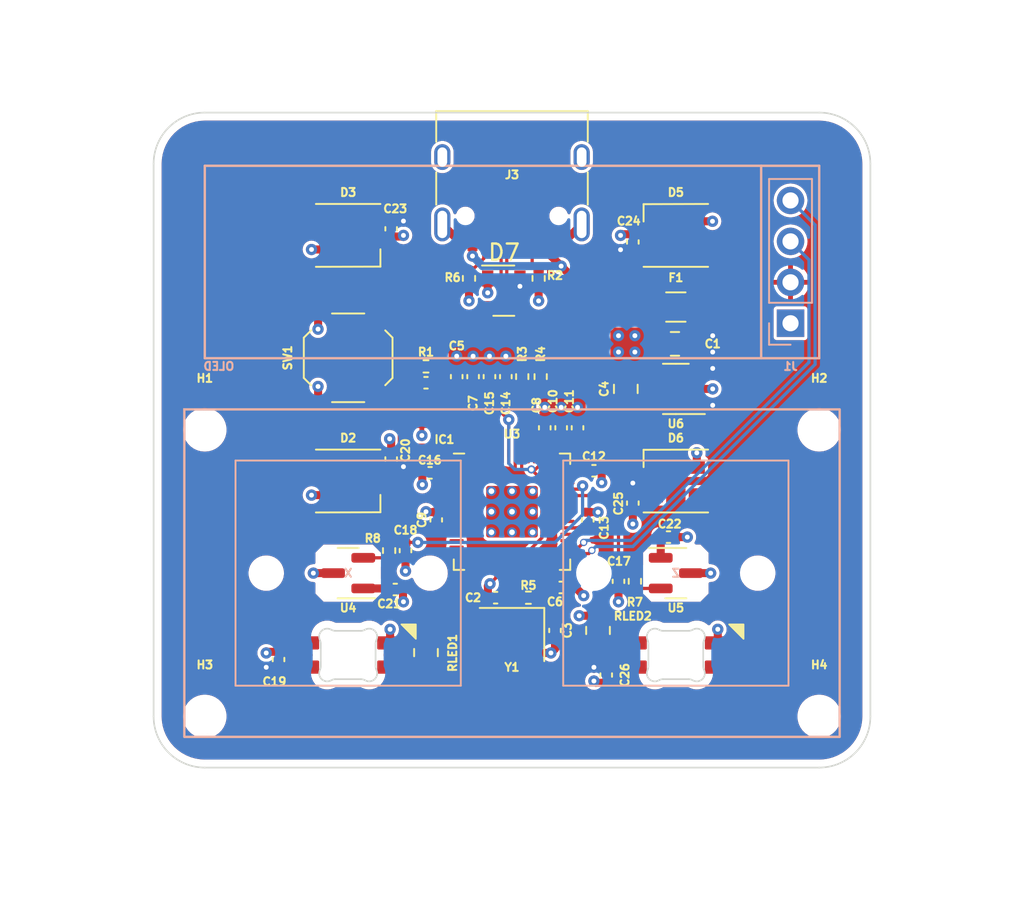
<source format=kicad_pcb>
(kicad_pcb (version 20221018) (generator pcbnew)
  (layers (0 "F.Cu" signal) (1 "In1.Cu" power) (2 "In2.Cu" power) (31 "B.Cu" signal) (34 "B.Paste" user) (35 "F.Paste" user) (36 "B.SilkS" user "B.Silkscreen") (37 "F.SilkS" user "F.Silkscreen") (38 "B.Mask" user) (39 "F.Mask" user) (44 "Edge.Cuts" user))
  (net 0 "")
  (net 1 "VBUS")
  (net 2 "GND")
  (net 3 "/XIN")
  (net 4 "Net-(C3-Pad1)")
  (net 5 "+3V3")
  (net 6 "+1V1")
  (net 7 "ADC_Z")
  (net 8 "ADC_X")
  (net 9 "Net-(J3-CC1)")
  (net 10 "/USB_D+")
  (net 11 "/USB_D-")
  (net 13 "Net-(J3-CC2)")
  (net 15 "/QSPI_SS")
  (net 16 "/~{USB_BOOT}")
  (net 17 "Net-(U3-USB_DP)")
  (net 18 "Net-(U3-USB_DM)")
  (net 19 "/XOUT")
  (net 20 "Net-(U5-OUT)")
  (net 21 "Net-(U4-OUT)")
  (net 22 "/GPIO0")
  (net 23 "/QSPI_SD1")
  (net 24 "/QSPI_SD2")
  (net 25 "/QSPI_SD0")
  (net 26 "/QSPI_SCLK")
  (net 27 "/QSPI_SD3")
  (net 28 "/GPIO1")
  (net 29 "/GPIO2")
  (net 30 "/GPIO3")
  (net 31 "/GPIO4")
  (net 32 "/GPIO5")
  (net 33 "/GPIO6")
  (net 34 "/GPIO7")
  (net 35 "/GPIO8")
  (net 36 "/GPIO9")
  (net 37 "/GPIO10")
  (net 38 "/GPIO11")
  (net 39 "/GPIO13")
  (net 40 "/GPIO14")
  (net 41 "/GPIO15")
  (net 42 "/SWCLK")
  (net 43 "/SWD")
  (net 44 "/RUN")
  (net 45 "/GPIO16")
  (net 46 "/GPIO17")
  (net 47 "/GPIO20")
  (net 48 "/GPIO21")
  (net 49 "/GPIO22")
  (net 50 "/GPIO23")
  (net 51 "/GPIO24")
  (net 52 "/GPIO25")
  (net 53 "/GPIO28_ADC2")
  (net 54 "/GPIO29_ADC3")
  (net 56 "Net-(D3-DOUT)")
  (net 57 "Net-(D4-DOUT)")
  (net 58 "/OLED_SCL")
  (net 59 "/OLED_SDA")
  (net 60 "Net-(D2-DOUT)")
  (net 61 "Net-(D1-DOUT)")
  (net 62 "Net-(D1-DIN)")
  (net 63 "Net-(D5-DOUT)")
  (net 64 "Net-(D4-DIN)")
  (net 65 "/Fuse")
  (net 67 "/RGB")
  (footprint "Capacitor_SMD:C_0402_1005Metric" (layer "F.Cu") (at 148.082 96.393 90)
    (fp_text reference "C8")
    (fp_text value "1u")
  )
  (footprint "Capacitor_SMD:C_0402_1005Metric" (layer "F.Cu") (at 138.557 84.046 -90)
    (fp_text reference "C23")
    (fp_text value "100n")
  )
  (footprint "Capacitor_SMD:C_0402_1005Metric" (layer "F.Cu") (at 141.351 102.108 90)
    (fp_text reference "C9")
    (fp_text value "100n")
  )
  (footprint "Capacitor_SMD:C_0402_1005Metric" (layer "F.Cu") (at 151.892 111.732 -90)
    (fp_text reference "C26")
    (fp_text value "100n")
  )
  (footprint "Crystal:Crystal_SMD_3225-4Pin_3.2x2.5mm" (layer "F.Cu") (at 146.05 109.22 180)
    (fp_text reference "Y1")
    (fp_text value "JGHC S3212000181080")
  )
  (footprint "Capacitor_SMD:C_0402_1005Metric" (layer "F.Cu") (at 153.543 101.064 -90)
    (fp_text reference "C25")
    (fp_text value "100n")
  )
  (footprint "Capacitor_SMD:C_0402_1005Metric" (layer "F.Cu") (at 145.669 93.218 90)
    (fp_text reference "C14")
    (fp_text value "100n")
  )
  (footprint "Capacitor_SMD:C_0402_1005Metric" (layer "F.Cu") (at 149.098 106.299)
    (fp_text reference "C6")
    (fp_text value "100n")
  )
  (footprint "Resistor_SMD:R_0402_1005Metric" (layer "F.Cu") (at 143.383 87.122 90)
    (fp_text reference "R6")
    (fp_text value "5.1k")
  )
  (footprint "Connector_USB:USB_C_Receptacle_HRO_TYPE-C-31-M-12" (layer "F.Cu") (at 146.05 80.645 180)
    (fp_text reference "J3")
    (fp_text value "USB-C 2.0 Receptacle")
  )
  (footprint "MountingHole:MountingHole_2.2mm_M2" (layer "F.Cu") (at 165.1 96.52)
    (fp_text reference "H2")
    (fp_text value "MountingHole")
  )
  (footprint "Package_TO_SOT_SMD:SOT-23" (layer "F.Cu") (at 156.21 105.41)
    (fp_text reference "U5")
    (fp_text value "Hall_Sensor")
  )
  (footprint "Capacitor_SMD:C_0402_1005Metric" (layer "F.Cu") (at 149.098 96.393 90)
    (fp_text reference "C10")
    (fp_text value "1u")
  )
  (footprint "Capacitor_SMD:C_0402_1005Metric" (layer "F.Cu") (at 150.114 96.393 90)
    (fp_text reference "C11")
    (fp_text value "100n")
  )
  (footprint "Moonpad:LED_SK6812MINI-B-012_3.7x3.5mm_P1.1mm" (layer "F.Cu") (at 135.89 84.455)
    (fp_text reference "D3")
    (fp_text value "SK6812MINI")
  )
  (footprint "Capacitor_SMD:C_0402_1005Metric" (layer "F.Cu") (at 152.654 105.918 -90)
    (fp_text reference "C17")
    (fp_text value "0.1u")
  )
  (footprint "Capacitor_SMD:C_0402_1005Metric" (layer "F.Cu") (at 145.034 106.934 180)
    (fp_text reference "C2")
    (fp_text value "27p")
  )
  (footprint "Capacitor_SMD:C_0402_1005Metric" (layer "F.Cu") (at 131.572 110.772 90)
    (fp_text reference "C19")
    (fp_text value "100n")
  )
  (footprint "W25Q16JVUXIQ:SON50P300X200X60-9N" (layer "F.Cu") (at 141.859 95.504)
    (fp_text reference "IC1")
    (fp_text value "W25Q16JVUXIQ")
  )
  (footprint "Resistor_SMD:R_0402_1005Metric" (layer "F.Cu") (at 140.716 92.583 180)
    (fp_text reference "R1")
    (fp_text value "1k")
  )
  (footprint "MountingHole:MountingHole_2.2mm_M2" (layer "F.Cu") (at 165.1 114.3)
    (fp_text reference "H4")
    (fp_text value "MountingHole")
  )
  (footprint "Capacitor_SMD:C_0402_1005Metric" (layer "F.Cu") (at 151.13 99.06)
    (fp_text reference "C12")
    (fp_text value "100n")
  )
  (footprint "Capacitor_SMD:C_0402_1005Metric" (layer "F.Cu") (at 144.653 93.218 90)
    (fp_text reference "C15")
    (fp_text value "100n")
  )
  (footprint "Capacitor_SMD:C_0402_1005Metric" (layer "F.Cu") (at 138.557 98.326 90)
    (fp_text reference "C20")
    (fp_text value "100n")
  )
  (footprint "Capacitor_SMD:C_0402_1005Metric" (layer "F.Cu") (at 140.97 99.187 180)
    (fp_text reference "C16")
    (fp_text value "100n")
  )
  (footprint "Capacitor_SMD:C_0402_1005Metric" (layer "F.Cu") (at 155.7528 103.1748)
    (fp_text reference "C22")
    (fp_text value "100n")
  )
  (footprint "Resistor_SMD:R_0805_2012Metric" (layer "F.Cu") (at 140.716 110.3395 90)
    (fp_text reference "RLED1")
    (fp_text value "500")
  )
  (footprint "Capacitor_SMD:C_0402_1005Metric" (layer "F.Cu") (at 148.717 108.966 -90)
    (fp_text reference "C3")
    (fp_text value "27p")
  )
  (footprint "Resistor_SMD:R_0402_1005Metric" (layer "F.Cu") (at 138.43 104.011 90)
    (fp_text reference "R8")
    (fp_text value "10k")
  )
  (footprint "Capacitor_SMD:C_0805_2012Metric" (layer "F.Cu") (at 153.107602 93.979997 90)
    (fp_text reference "C4")
    (fp_text value "1u")
  )
  (footprint "Capacitor_SMD:C_0805_2012Metric" (layer "F.Cu") (at 156.155601 91.185999 180)
    (fp_text reference "C1")
    (fp_text value "1u")
  )
  (footprint "Capacitor_SMD:C_0402_1005Metric" (layer "F.Cu") (at 138.811 106.426)
    (fp_text reference "C21")
    (fp_text value "100n")
  )
  (footprint "Capacitor_SMD:C_0402_1005Metric" (layer "F.Cu") (at 153.543 84.864 90)
    (fp_text reference "C24")
    (fp_text value "100n")
  )
  (footprint "Capacitor_SMD:C_0402_1005Metric" (layer "F.Cu") (at 140.716 93.599)
    (fp_text reference "R9" hide)
    (fp_text value "DNP")
  )
  (footprint "Moonpad:LED_SK6812MINI-B-012_3.7x3.5mm_P1.1mm" (layer "F.Cu") (at 135.89 99.695)
    (fp_text reference "D2")
    (fp_text value "SK6812MINI")
  )
  (footprint "Fuse:Fuse_1206_3216Metric" (layer "F.Cu") (at 156.21 88.9)
    (fp_text reference "F1")
    (fp_text value "Polyfuse")
  )
  (footprint "Capacitor_SMD:C_0402_1005Metric" (layer "F.Cu") (at 142.621 93.218 90)
    (fp_text reference "C5")
    (fp_text value "100n")
  )
  (footprint "Resistor_SMD:R_0402_1005Metric" (layer "F.Cu") (at 147.828 93.218 -90)
    (fp_text reference "R4")
    (fp_text value "27")
  )
  (footprint "MountingHole:MountingHole_2.2mm_M2" (layer "F.Cu") (at 127 114.3)
    (fp_text reference "H3")
    (fp_text value "MountingHole")
  )
  (footprint "Moonpad:LED_SK6812MINI-B-012_3.7x3.5mm_P1.1mm" (layer "F.Cu") (at 156.21 99.695 180)
    (fp_text reference "D6")
    (fp_text value "SK6812MINI")
  )
  (footprint "Moonpad:RP2040-QFN-56" (layer "F.Cu") (at 146.05 101.6)
    (fp_text reference "U3")
    (fp_text value "RP2040")
  )
  (footprint "Package_TO_SOT_SMD:SOT-23-5" (layer "F.Cu") (at 156.21 93.98 180)
    (fp_text reference "U6")
    (fp_text value "AP2112K-3.3")
  )
  (footprint "Package_TO_SOT_SMD:SOT-143" (layer "F.Cu") (at 145.542 87.884)
    (fp_text reference "D7")
    (fp_text value "PRTR5V0U2X")
  )
  (footprint "MountingHole:MountingHole_2.2mm_M2" (layer "F.Cu") (at 127 96.52)
    (fp_text reference "H1")
    (fp_text value "MountingHole")
  )
  (footprint "Moonpad:LED_SK6812MINI-B-012_3.7x3.5mm_P1.1mm" (layer "F.Cu") (at 156.21 84.455 180)
    (fp_text reference "D5")
    (fp_text value "SK6812MINI")
  )
  (footprint "Capacitor_SMD:C_0402_1005Metric" (layer "F.Cu") (at 143.637 93.218 90)
    (fp_text reference "C7")
    (fp_text value "100n")
  )
  (footprint "Button_Switch_SMD:SW_SPST_TL3342" (layer "F.Cu") (at 135.89 92.05 90)
    (fp_text reference "SW1")
    (fp_text value "Reset")
  )
  (footprint "Resistor_SMD:R_0402_1005Metric" (layer "F.Cu") (at 146.685 93.218 -90)
    (fp_text reference "R3")
    (fp_text value "27")
  )
  (footprint "Resistor_SMD:R_0805_2012Metric" (layer "F.Cu") (at 151.384 108.966 -90)
    (fp_text reference "RLED2")
    (fp_text value "500")
  )
  (footprint "Capacitor_SMD:C_0402_1005Metric" (layer "F.Cu") (at 150.749 102.108 90)
    (fp_text reference "C13")
    (fp_text value "100n")
  )
  (footprint "Resistor_SMD:R_0402_1005Metric" (layer "F.Cu") (at 153.67 105.916 90)
    (fp_text reference "R7")
    (fp_text value "10k")
  )
  (footprint "Resistor_SMD:R_0402_1005Metric" (layer "F.Cu") (at 147.066 106.934)
    (fp_text reference "R5")
    (fp_text value "1k")
  )
  (footprint "Resistor_SMD:R_0402_1005Metric" (layer "F.Cu") (at 147.701 87.122 90)
    (fp_text reference "R2")
    (fp_text value "5.1k")
  )
  (footprint "Capacitor_SMD:C_0402_1005Metric" (layer "F.Cu") (at 139.446 104.013 -90)
    (fp_text reference "C18")
    (fp_text value "0.1u")
  )
  (footprint "Package_TO_SOT_SMD:SOT-23" (layer "F.Cu") (at 135.89 105.41 180)
    (fp_text reference "U4")
    (fp_text value "Hall_Sensor")
  )
  (footprint "kicad-keyboard-parts:MX_SK6812MINI-E_REV" (layer "B.Cu") (at 156.21 105.41 180)
    (fp_text reference "D4" hide)
    (fp_text value "SK6812MINI-E")
    (fp_line (start -1.699999 -5.782842) (end -1.699999 -4.377158) (stroke (width 0.1)) (layer "Edge.Cuts"))
    (fp_line (start -0.794452 -3.58) (end 0.794452 -3.58) (stroke (width 0.1)) (layer "Edge.Cuts"))
    (fp_line (start 0.794452 -6.579999) (end -0.794453 -6.579999) (stroke (width 0.1)) (layer "Edge.Cuts"))
    (fp_line (start 1.699999 -4.377158) (end 1.699999 -5.782842) (stroke (width 0.1)) (layer "Edge.Cuts"))
    (fp_arc (start -1.749484 -5.99972) (mid -1.712527 -5.894068) (end -1.699999 -5.782843) (stroke (width 0.1)) (layer "Edge.Cuts"))
    (fp_arc (start -1.749484 -5.99972) (mid -1.63807 -6.584034) (end -1.046711 -6.648298) (stroke (width 0.1)) (layer "Edge.Cuts"))
    (fp_arc (start -1.699999 -4.377158) (mid -1.712527 -4.265932) (end -1.749484 -4.16028) (stroke (width 0.1)) (layer "Edge.Cuts"))
    (fp_arc (start -1.046711 -3.511701) (mid -1.638072 -3.575966) (end -1.749484 -4.160281) (stroke (width 0.1)) (layer "Edge.Cuts"))
    (fp_arc (start -1.046711 -3.511701) (mid -0.925123 -3.562624) (end -0.794452 -3.58) (stroke (width 0.1)) (layer "Edge.Cuts"))
    (fp_arc (start -0.794453 -6.579999) (mid -0.925123 -6.597376) (end -1.046711 -6.648298) (stroke (width 0.1)) (layer "Edge.Cuts"))
    (fp_arc (start 0.794452 -3.58) (mid 0.925122 -3.562623) (end 1.04671 -3.511701) (stroke (width 0.1)) (layer "Edge.Cuts"))
    (fp_arc (start 1.046711 -6.648299) (mid 0.925123 -6.597377) (end 0.794453 -6.58) (stroke (width 0.1)) (layer "Edge.Cuts"))
    (fp_arc (start 1.046711 -6.648299) (mid 1.638071 -6.584036) (end 1.749484 -5.99972) (stroke (width 0.1)) (layer "Edge.Cuts"))
    (fp_arc (start 1.699999 -5.782842) (mid 1.712528 -5.894068) (end 1.749484 -5.99972) (stroke (width 0.1)) (layer "Edge.Cuts"))
    (fp_arc (start 1.749484 -4.16028) (mid 1.63807 -3.575966) (end 1.046711 -3.511703) (stroke (width 0.1)) (layer "Edge.Cuts"))
    (fp_arc (start 1.749484 -4.16028) (mid 1.71251 -4.265928) (end 1.699999 -4.377157) (stroke (width 0.1)) (layer "Edge.Cuts"))
  )
  (footprint "kicad-keyboard-parts:MX_SK6812MINI-E_REV" (layer "B.Cu") (at 135.89 105.41 180)
    (fp_text reference "D1" hide)
    (fp_text value "SK6812MINI-E")
    (fp_line (start -1.699999 -5.782842) (end -1.699999 -4.377158) (stroke (width 0.1)) (layer "Edge.Cuts"))
    (fp_line (start -0.794452 -3.58) (end 0.794452 -3.58) (stroke (width 0.1)) (layer "Edge.Cuts"))
    (fp_line (start 0.794452 -6.579999) (end -0.794453 -6.579999) (stroke (width 0.1)) (layer "Edge.Cuts"))
    (fp_line (start 1.699999 -4.377158) (end 1.699999 -5.782842) (stroke (width 0.1)) (layer "Edge.Cuts"))
    (fp_arc (start -1.749484 -5.99972) (mid -1.712527 -5.894068) (end -1.699999 -5.782843) (stroke (width 0.1)) (layer "Edge.Cuts"))
    (fp_arc (start -1.749484 -5.99972) (mid -1.63807 -6.584034) (end -1.046711 -6.648298) (stroke (width 0.1)) (layer "Edge.Cuts"))
    (fp_arc (start -1.699999 -4.377158) (mid -1.712527 -4.265932) (end -1.749484 -4.16028) (stroke (width 0.1)) (layer "Edge.Cuts"))
    (fp_arc (start -1.046711 -3.511701) (mid -1.638072 -3.575966) (end -1.749484 -4.160281) (stroke (width 0.1)) (layer "Edge.Cuts"))
    (fp_arc (start -1.046711 -3.511701) (mid -0.925123 -3.562624) (end -0.794452 -3.58) (stroke (width 0.1)) (layer "Edge.Cuts"))
    (fp_arc (start -0.794453 -6.579999) (mid -0.925123 -6.597376) (end -1.046711 -6.648298) (stroke (width 0.1)) (layer "Edge.Cuts"))
    (fp_arc (start 0.794452 -3.58) (mid 0.925122 -3.562623) (end 1.04671 -3.511701) (stroke (width 0.1)) (layer "Edge.Cuts"))
    (fp_arc (start 1.046711 -6.648299) (mid 0.925123 -6.597377) (end 0.794453 -6.58) (stroke (width 0.1)) (layer "Edge.Cuts"))
    (fp_arc (start 1.046711 -6.648299) (mid 1.638071 -6.584036) (end 1.749484 -5.99972) (stroke (width 0.1)) (layer "Edge.Cuts"))
    (fp_arc (start 1.699999 -5.782842) (mid 1.712528 -5.894068) (end 1.749484 -5.99972) (stroke (width 0.1)) (layer "Edge.Cuts"))
    (fp_arc (start 1.749484 -4.16028) (mid 1.63807 -3.575966) (end 1.046711 -3.511703) (stroke (width 0.1)) (layer "Edge.Cuts"))
    (fp_arc (start 1.749484 -4.16028) (mid 1.71251 -4.265928) (end 1.699999 -4.377157) (stroke (width 0.1)) (layer "Edge.Cuts"))
  )
  (footprint "Button_Switch_Keyboard:Wooting_1.00u" (layer "B.Cu") (at 133.35 100.33 180)
    (fp_text reference "X")
    (fp_text value "Wooting_1.00u")
  )
  (footprint "Button_Switch_Keyboard:Wooting_1.00u" (layer "B.Cu") (at 153.67 100.33 180)
    (fp_text reference "Z")
    (fp_text value "Wooting_1.00u")
  )
  (footprint "Moonpad:OLED 0.91" (layer "B.Cu") (at 127 92.075)
    (fp_text reference "OLED")
    (fp_text value "OLED")
  )
  (footprint "Connector_PinHeader_2.54mm:PinHeader_1x04_P2.54mm_Vertical" (layer "B.Cu") (at 163.322 89.906)
    (fp_text reference "J1")
    (fp_text value "OLED")
  )
  (gr_rect (start 125.73 95.25) (end 166.37 115.57) (stroke (width 0.15)) (fill none) (layer "B.SilkS"))
  (gr_arc (start 168.275 114.3) (mid 167.345064 116.545064) (end 165.1 117.475) (stroke (width 0.1)) (layer "Edge.Cuts"))
  (gr_line (start 123.825 80.01) (end 123.825 114.3) (stroke (width 0.1)) (layer "Edge.Cuts"))
  (gr_line (start 127 117.475) (end 165.1 117.475) (stroke (width 0.1)) (layer "Edge.Cuts"))
  (gr_arc (start 127 117.475) (mid 124.754936 116.545064) (end 123.825 114.3) (stroke (width 0.1)) (layer "Edge.Cuts"))
  (gr_line (start 165.1 76.835) (end 127 76.835) (stroke (width 0.1)) (layer "Edge.Cuts"))
  (gr_arc (start 123.825 80.01) (mid 124.754936 77.764936) (end 127 76.835) (stroke (width 0.1)) (layer "Edge.Cuts"))
  (gr_arc (start 165.1 76.835) (mid 167.345064 77.764936) (end 168.275 80.01) (stroke (width 0.1)) (layer "Edge.Cuts"))
  (gr_line (start 168.275 80.01) (end 168.275 114.3) (stroke (width 0.1)) (layer "Edge.Cuts"))
  (segment (start 138.557 83.566) (end 139.319 83.566) (width 0.5) (layer "F.Cu") (net 1))
  (segment (start 153.543001 99.822001) (end 153.543001 100.584001) (width 0.5) (layer "F.Cu") (net 1))
  (segment (start 153.598 111.252) (end 153.61 111.24) (width 0.5) (layer "F.Cu") (net 1))
  (segment (start 137.201 83.566) (end 137.19 83.555) (width 0.5) (layer "F.Cu") (net 1))
  (segment (start 138.557 98.806) (end 137.201 98.806) (width 0.5) (layer "F.Cu") (net 1))
  (segment (start 137.201 98.806) (end 137.19 98.795) (width 0.5) (layer "F.Cu") (net 1))
  (segment (start 131.572 111.252) (end 133.278 111.252) (width 0.5) (layer "F.Cu") (net 1))
  (segment (start 153.543 100.584) (end 154.899 100.584) (width 0.5) (layer "F.Cu") (net 1))
  (segment (start 151.892 111.252) (end 151.13 111.252) (width 0.5) (layer "F.Cu") (net 1))
  (segment (start 138.557 98.806) (end 139.319 98.806) (width 0.5) (layer "F.Cu") (net 1))
  (segment (start 138.557 83.566) (end 137.201 83.566) (width 0.5) (layer "F.Cu") (net 1))
  (segment (start 154.899 100.584) (end 154.91 100.595) (width 0.5) (layer "F.Cu") (net 1))
  (segment (start 131.572 111.252) (end 130.81 111.252) (width 0.5) (layer "F.Cu") (net 1))
  (segment (start 151.892 111.252) (end 153.598 111.252) (width 0.5) (layer "F.Cu") (net 1))
  (segment (start 153.543 85.344) (end 152.781 85.344) (width 0.5) (layer "F.Cu") (net 1))
  (segment (start 154.899 85.344) (end 154.91 85.355) (width 0.5) (layer "F.Cu") (net 1))
  (segment (start 153.543 85.344) (end 154.899 85.344) (width 0.5) (layer "F.Cu") (net 1))
  (segment (start 133.278 111.252) (end 133.29 111.24) (width 0.5) (layer "F.Cu") (net 1))
  (segment (start 146.542 87.614) (end 146.542 86.934) (width 0.5) (layer "F.Cu") (net 1))
  (via (at 139.319 83.566) (size 0.7) (drill 0.3) (layers "F.Cu" "B.Cu") (net 1))
  (via (at 158.496 91.694) (size 0.7) (drill 0.3) (layers "F.Cu" "B.Cu") (net 1))
  (via (at 151.13 111.252) (size 0.7) (drill 0.3) (layers "F.Cu" "B.Cu") (net 1))
  (via (at 146.542 87.614) (size 0.7) (drill 0.3) (layers "F.Cu" "B.Cu") (net 1))
  (via (at 158.496 94.995996) (size 0.7) (drill 0.3) (layers "F.Cu" "B.Cu") (net 1))
  (via (at 153.543001 99.822001) (size 0.7) (drill 0.3) (layers "F.Cu" "B.Cu") (net 1))
  (via (at 139.319 98.806) (size 0.7) (drill 0.3) (layers "F.Cu" "B.Cu") (net 1))
  (via (at 158.496 92.71) (size 0.7) (drill 0.3) (layers "F.Cu" "B.Cu") (net 1))
  (via (at 152.781 85.344) (size 0.7) (drill 0.3) (layers "F.Cu" "B.Cu") (net 1))
  (via (at 130.81 111.252) (size 0.7) (drill 0.3) (layers "F.Cu" "B.Cu") (net 1))
  (via (at 158.496001 90.678) (size 0.7) (drill 0.3) (layers "F.Cu" "B.Cu") (net 1))
  (segment (start 144.554 107.974) (end 144.554 106.934) (width 0.5) (layer "F.Cu") (net 2))
  (segment (start 139.446 104.493) (end 139.446 105.283) (width 0.5) (layer "F.Cu") (net 2))
  (segment (start 144.95 108.37) (end 144.554 107.974) (width 0.5) (layer "F.Cu") (net 2))
  (segment (start 156.9212 103.1748) (end 156.2328 103.1748) (width 0.5) (layer "F.Cu") (net 2))
  (segment (start 143.383 88.517) (end 143.383 87.631999) (width 0.5) (layer "F.Cu") (net 2))
  (segment (start 148.463 110.363) (end 148.717 110.109) (width 0.5) (layer "F.Cu") (net 2))
  (segment (start 149.098 95.913) (end 149.098 95.123) (width 0.5) (layer "F.Cu") (net 2))
  (segment (start 147.701 88.517) (end 147.701002 87.631999) (width 0.5) (layer "F.Cu") (net 2))
  (segment (start 150.114 95.913) (end 150.114 95.123) (width 0.5) (layer "F.Cu") (net 2))
  (segment (start 153.543002 102.362) (end 153.543001 101.544001) (width 0.5) (layer "F.Cu") (net 2))
  (segment (start 145.669 92.738) (end 145.669 91.948) (width 0.5) (layer "F.Cu") (net 2))
  (segment (start 138.557 97.169025) (end 138.4631 97.075125) (width 0.5) (layer "F.Cu") (net 2))
  (segment (start 130.881 110.292) (end 130.81 110.363) (width 0.5) (layer "F.Cu") (net 2))
  (segment (start 139.291 107.16) (end 139.319 107.188) (width 0.5) (layer "F.Cu") (net 2))
  (segment (start 152.852 84.384) (end 152.781 84.455) (width 0.5) (layer "F.Cu") (net 2))
  (segment (start 148.082 95.913) (end 148.082 95.123) (width 0.5) (layer "F.Cu") (net 2))
  (segment (start 133.618 85.33) (end 134.59 85.33) (width 0.5) (layer "F.Cu") (net 2))
  (segment (start 140.459 96.8677) (end 140.462 96.8707) (width 0.2) (layer "F.Cu") (net 2))
  (segment (start 144.687289 106.070887) (end 145.05 105.708176) (width 0.2) (layer "F.Cu") (net 2))
  (segment (start 142.645 84.69) (end 141.73 83.775) (width 0.5) (layer "F.Cu") (net 2))
  (segment (start 140.459 96.254) (end 140.459 96.8677) (width 0.3) (layer "F.Cu") (net 2))
  (segment (start 139.291 106.426) (end 139.291 107.16) (width 0.5) (layer "F.Cu") (net 2))
  (segment (start 143.637 92.738) (end 143.637 91.948) (width 0.5) (layer "F.Cu") (net 2))
  (segment (start 157.1475 105.41) (end 158.369 105.41) (width 0.5) (layer "F.Cu") (net 2))
  (segment (start 152.654 106.398) (end 152.654 107.188) (width 0.5) (layer "F.Cu") (net 2))
  (segment (start 157.51 97.947) (end 157.51 98.82) (width 0.5) (layer "F.Cu") (net 2))
  (segment (start 140.49 99.921) (end 140.49 99.187) (width 0.5) (layer "F.Cu") (net 2))
  (segment (start 148.717 110.109) (end 148.717 109.446) (width 0.5) (layer "F.Cu") (net 2))
  (segment (start 134.026102 95.199998) (end 134.026103 93.833) (width 0.5) (layer "F.Cu") (net 2))
  (segment (start 134.026103 90.267) (end 134.021102 90.272001) (width 0.5) (layer "F.Cu") (net 2))
  (segment (start 139.248 84.526) (end 139.319 84.455) (width 0.5) (layer "F.Cu") (net 2))
  (segment (start 140.716 101.6) (end 140.744 101.628) (width 0.5) (layer "F.Cu") (net 2))
  (segment (start 131.572 110.292) (end 130.881 110.292) (width 0.5) (layer "F.Cu") (net 2))
  (segment (start 149.3 84.69) (end 149.455 84.69) (width 0.5) (layer "F.Cu") (net 2))
  (segment (start 153.543 84.384) (end 152.852 84.384) (width 0.5) (layer "F.Cu") (net 2))
  (segment (start 151.384 101.628) (end 150.749 101.628) (width 0.5) (layer "F.Cu") (net 2))
  (segment (start 150.2175 108.0535) (end 151.384 108.0535) (width 0.5) (layer "F.Cu") (net 2))
  (segment (start 144.687289 106.070887) (end 144.554 106.204176) (width 0.5) (layer "F.Cu") (net 2))
  (segment (start 151.238097 112.212) (end 151.892 112.212) (width 0.5) (layer "F.Cu") (net 2))
  (segment (start 151.61 99.794) (end 151.61 99.06) (width 0.5) (layer "F.Cu") (net 2))
  (segment (start 149.455 84.69) (end 150.37 83.775) (width 0.5) (layer "F.Cu") (net 2))
  (segment (start 138.557 97.846) (end 138.557 97.169025) (width 0.5) (layer "F.Cu") (net 2))
  (segment (start 142.621 91.948) (end 142.621 92.738) (width 0.5) (layer "F.Cu") (net 2))
  (segment (start 158.482 83.58) (end 157.51 83.58) (width 0.5) (layer "F.Cu") (net 2))
  (segment (start 149.578 106.299) (end 149.987 106.299) (width 0.5) (layer "F.Cu") (net 2))
  (segment (start 144.542 88.016098) (end 144.542 87.134) (width 0.5) (layer "F.Cu") (net 2))
  (segment (start 148.463 110.363) (end 147.443 110.363) (width 0.5) (layer "F.Cu") (net 2))
  (segment (start 138.49 108.894135) (end 138.49 109.74) (width 0.5) (layer "F.Cu") (net 2))
  (segment (start 134.9525 105.41) (end 133.731 105.41) (width 0.5) (layer "F.Cu") (net 2))
  (segment (start 142.8 84.69) (end 142.645 84.69) (width 0.5) (layer "F.Cu") (net 2))
  (segment (start 133.618 100.57) (end 134.59 100.57) (width 0.5) (layer "F.Cu") (net 2))
  (segment (start 144.653 92.738) (end 144.653 91.948) (width 0.5) (layer "F.Cu") (net 2))
  (segment (start 157.3475 93.98) (end 158.496002 93.979996) (width 0.5) (layer "F.Cu") (net 2))
  (segment (start 138.557 84.526) (end 139.248 84.526) (width 0.5) (layer "F.Cu") (net 2))
  (segment (start 145.05 105.708176) (end 145.05 105.0375) (width 0.2) (layer "F.Cu") (net 2))
  (segment (start 144.554 106.204176) (end 144.554 106.934) (width 0.5) (layer "F.Cu") (net 2))
  (segment (start 134.026102 88.900001) (end 134.026103 90.267) (width 0.5) (layer "F.Cu") (net 2))
  (segment (start 158.81 108.894135) (end 158.81 109.74) (width 0.5) (layer "F.Cu") (net 2))
  (segment (start 151.13 112.103903) (end 151.238097 112.212) (width 0.5) (layer "F.Cu") (net 2))
  (segment (start 149.987 106.299) (end 150.495 106.807) (width 0.5) (layer "F.Cu") (net 2))
  (segment (start 147.443 110.363) (end 147.15 110.07) (width 0.5) (layer "F.Cu") (net 2))
  (segment (start 140.744 101.628) (end 141.351 101.628) (width 0.5) (layer "F.Cu") (net 2))
  (via (at 150.114 95.123) (size 0.7) (drill 0.3) (layers "F.Cu" "B.Cu") (net 2))
  (via (at 152.654 91.694) (size 0.7) (drill 0.3) (layers "F.Cu" "B.Cu") (net 2))
  (via (at 158.496002 93.979996) (size 0.7) (drill 0.3) (layers "F.Cu" "B.Cu") (net 2))
  (via (at 140.716 101.6) (size 0.7) (drill 0.3) (layers "F.Cu" "B.Cu") (net 2))
  (via (at 150.2175 108.0535) (size 0.7) (drill 0.3) (layers "F.Cu" "B.Cu") (net 2))
  (via (at 133.731 105.41) (size 0.7) (drill 0.3) (layers "F.Cu" "B.Cu") (net 2))
  (via (at 151.384 101.628) (size 0.7) (drill 0.3) (layers "F.Cu" "B.Cu") (net 2))
  (via (at 143.383 88.517) (size 0.7) (drill 0.3) (layers "F.Cu" "B.Cu") (net 2))
  (via (at 147.701 88.517) (size 0.7) (drill 0.3) (layers "F.Cu" "B.Cu") (net 2))
  (via (at 133.618 85.33) (size 0.7) (drill 0.3) (layers "F.Cu" "B.Cu") (net 2))
  (via (at 158.482 83.58) (size 0.7) (drill 0.3) (layers "F.Cu" "B.Cu") (net 2))
  (via (at 139.446 105.283) (size 0.7) (drill 0.3) (layers "F.Cu" "B.Cu") (net 2))
  (via (at 134.021102 90.272001) (size 0.7) (drill 0.3) (layers "F.Cu" "B.Cu") (net 2))
  (via (at 130.81 110.363) (size 0.7) (drill 0.3) (layers "F.Cu" "B.Cu") (net 2))
  (via (at 150.495 106.807) (size 0.7) (drill 0.3) (layers "F.Cu" "B.Cu") (net 2))
  (via (at 152.654 90.678) (size 0.7) (drill 0.3) (layers "F.Cu" "B.Cu") (net 2))
  (via (at 148.463 110.363) (size 0.7) (drill 0.3) (layers "F.Cu" "B.Cu") (net 2))
  (via (at 153.67 90.678) (size 0.7) (drill 0.3) (layers "F.Cu" "B.Cu") (net 2))
  (via (at 133.618 100.57) (size 0.7) (drill 0.3) (layers "F.Cu" "B.Cu") (net 2))
  (via (at 144.687289 106.070887) (size 0.7) (drill 0.3) (layers "F.Cu" "B.Cu") (net 2))
  (via (at 144.653 91.948) (size 0.7) (drill 0.3) (layers "F.Cu" "B.Cu") (net 2))
  (via (at 153.67 91.694) (size 0.7) (drill 0.3) (layers "F.Cu" "B.Cu") (net 2))
  (via (at 134.021102 93.827998) (size 0.7) (drill 0.3) (layers "F.Cu" "B.Cu") (net 2))
  (via (at 149.098 95.123) (size 0.7) (drill 0.3) (layers "F.Cu" "B.Cu") (net 2))
  (via (at 145.669 91.948) (size 0.7) (drill 0.3) (layers "F.Cu" "B.Cu") (net 2))
  (via (at 142.621 91.948) (size 0.7) (drill 0.3) (layers "F.Cu" "B.Cu") (net 2))
  (via (at 157.51 97.947) (size 0.7) (drill 0.3) (layers "F.Cu" "B.Cu") (net 2))
  (via (at 139.319 84.455) (size 0.7) (drill 0.3) (layers "F.Cu" "B.Cu") (net 2))
  (via (at 140.462 96.8707) (size 0.7) (drill 0.3) (layers "F.Cu" "B.Cu") (net 2))
  (via (at 153.543002 102.362) (size 0.7) (drill 0.3) (layers "F.Cu" "B.Cu") (net 2))
  (via (at 138.49 108.894135) (size 0.7) (drill 0.3) (layers "F.Cu" "B.Cu") (net 2))
  (via (at 144.542 88.016098) (size 0.7) (drill 0.3) (layers "F.Cu" "B.Cu") (net 2))
  (via (at 156.9212 103.1748) (size 0.7) (drill 0.3) (layers "F.Cu" "B.Cu") (net 2))
  (via (at 140.49 99.921) (size 0.7) (drill 0.3) (layers "F.Cu" "B.Cu") (net 2))
  (via (at 151.61 99.794) (size 0.7) (drill 0.3) (layers "F.Cu" "B.Cu") (net 2))
  (via (at 138.4631 97.075125) (size 0.7) (drill 0.3) (layers "F.Cu" "B.Cu") (net 2))
  (via (at 158.81 108.894135) (size 0.7) (drill 0.3) (layers "F.Cu" "B.Cu") (net 2))
  (via (at 152.654 107.188) (size 0.7) (drill 0.3) (layers "F.Cu" "B.Cu") (net 2))
  (via (at 148.082 95.123) (size 0.7) (drill 0.3) (layers "F.Cu" "B.Cu") (net 2))
  (via (at 152.781 84.455) (size 0.7) (drill 0.3) (layers "F.Cu" "B.Cu") (net 2))
  (via (at 151.13 112.103903) (size 0.7) (drill 0.3) (layers "F.Cu" "B.Cu") (net 2))
  (via (at 143.637 91.948) (size 0.7) (drill 0.3) (layers "F.Cu" "B.Cu") (net 2))
  (via (at 158.369 105.41) (size 0.7) (drill 0.3) (layers "F.Cu" "B.Cu") (net 2))
  (via (at 139.319 107.188) (size 0.7) (drill 0.3) (layers "F.Cu" "B.Cu") (net 2))
  (segment (start 145.9024 109.1176) (end 144.95 110.07) (width 0.2) (layer "F.Cu") (net 3))
  (segment (start 145.9024 107.3224) (end 145.9024 109.1176) (width 0.2) (layer "F.Cu") (net 3))
  (segment (start 145.514 106.934) (end 145.9024 107.3224) (width 0.2) (layer "F.Cu") (net 3))
  (segment (start 145.45 106.87) (end 145.514 106.934) (width 0.2) (layer "F.Cu") (net 3))
  (segment (start 145.45 105.0375) (end 145.45 106.87) (width 0.2) (layer "F.Cu") (net 3))
  (segment (start 147.266 108.486) (end 147.15 108.37) (width 0.2) (layer "F.Cu") (net 4))
  (segment (start 148.717 108.486) (end 147.266 108.486) (width 0.2) (layer "F.Cu") (net 4))
  (segment (start 147.576 106.934) (end 147.576 107.944) (width 0.2) (layer "F.Cu") (net 4))
  (segment (start 147.576 107.944) (end 147.15 108.37) (width 0.2) (layer "F.Cu") (net 4))
  (segment (start 141.367 102.604) (end 141.351 102.588) (width 0.2) (layer "F.Cu") (net 5))
  (segment (start 144.653 94.0562) (end 145.1356 94.5388) (width 0.3) (layer "F.Cu") (net 5))
  (segment (start 155.2728 104.4597) (end 155.2725 104.46) (width 0.5) (layer "F.Cu") (net 5))
  (segment (start 149.098 96.873) (end 150.114 96.873) (width 0.2) (layer "F.Cu") (net 5))
  (segment (start 150.59 99) (end 150.65 99.06) (width 0.2) (layer "F.Cu") (net 5))
  (segment (start 149.4875 102.6) (end 150.737 102.6) (width 0.2) (layer "F.Cu") (net 5))
  (segment (start 141.45 99.187) (end 141.51 99.127) (width 0.2) (layer "F.Cu") (net 5))
  (segment (start 155.2728 103.1748) (end 155.2728 104.4597) (width 0.5) (layer "F.Cu") (net 5))
  (segment (start 138.265 106.36) (end 136.8275 106.36) (width 0.5) (layer "F.Cu") (net 5))
  (segment (start 142.701352 93.698) (end 142.621 93.698) (width 0.3) (layer "F.Cu") (net 5))
  (segment (start 141.45 99.187) (end 141.637 99) (width 0.2) (layer "F.Cu") (net 5))
  (segment (start 143.259 94.754) (end 143.259 94.255648) (width 0.3) (layer "F.Cu") (net 5))
  (segment (start 141.637 99) (end 142.6125 99) (width 0.2) (layer "F.Cu") (net 5))
  (segment (start 143.259 94.255648) (end 142.701352 93.698) (width 0.3) (layer "F.Cu") (net 5))
  (segment (start 149.4875 99) (end 150.59 99) (width 0.2) (layer "F.Cu") (net 5))
  (segment (start 144.653 93.698) (end 144.653 94.0562) (width 0.3) (layer "F.Cu") (net 5))
  (segment (start 150.737 102.6) (end 150.749 102.588) (width 0.2) (layer "F.Cu") (net 5))
  (segment (start 138.331 106.426) (end 138.265 106.36) (width 0.5) (layer "F.Cu") (net 5))
  (segment (start 147.253371 98.977451) (end 147.500207 98.977451) (width 0.2) (layer "F.Cu") (net 6))
  (segment (start 147.85 98.1625) (end 147.85 97.105) (width 0.2) (layer "F.Cu") (net 6))
  (segment (start 146.65 105.502658) (end 147.446342 106.299) (width 0.2) (layer "F.Cu") (net 6))
  (segment (start 147.9024 103.220194) (end 146.65 104.472594) (width 0.2) (layer "F.Cu") (net 6))
  (segment (start 147.85 98.627658) (end 147.85 98.1625) (width 0.2) (layer "F.Cu") (net 6))
  (segment (start 145.824 95.885) (end 143.637 93.698) (width 0.2) (layer "F.Cu") (net 6))
  (segment (start 147.500207 98.977451) (end 147.85 98.627658) (width 0.2) (layer "F.Cu") (net 6))
  (segment (start 147.85 97.105) (end 148.082 96.873) (width 0.2) (layer "F.Cu") (net 6))
  (segment (start 146.65 105.0375) (end 146.65 105.502658) (width 0.2) (layer "F.Cu") (net 6))
  (segment (start 147.9024 99.62648) (end 147.9024 103.220194) (width 0.2) (layer "F.Cu") (net 6))
  (segment (start 147.446342 106.299) (end 148.618 106.299) (width 0.2) (layer "F.Cu") (net 6))
  (segment (start 145.85 95.885) (end 145.824 95.885) (width 0.2) (layer "F.Cu") (net 6))
  (segment (start 145.85 95.885) (end 145.85 98.1625) (width 0.2) (layer "F.Cu") (net 6))
  (segment (start 146.65 104.472594) (end 146.65 105.0375) (width 0.2) (layer "F.Cu") (net 6))
  (segment (start 147.253371 98.977451) (end 147.9024 99.62648) (width 0.2) (layer "F.Cu") (net 6))
  (via (at 145.85 95.885) (size 0.7) (drill 0.3) (layers "F.Cu" "B.Cu") (net 6))
  (via (at 147.253371 98.977451) (size 0.5) (drill 0.3) (layers "F.Cu" "B.Cu") (net 6))
  (segment (start 146.221451 98.977451) (end 147.253371 98.977451) (width 0.2) (layer "B.Cu") (net 6))
  (segment (start 145.85 95.885) (end 145.85 98.606) (width 0.2) (layer "B.Cu") (net 6))
  (segment (start 145.85 98.606) (end 146.221451 98.977451) (width 0.2) (layer "B.Cu") (net 6))
  (segment (start 152.654 101.473) (end 151.781 100.6) (width 0.2) (layer "F.Cu") (net 7))
  (segment (start 151.781 100.6) (end 149.4875 100.6) (width 0.2) (layer "F.Cu") (net 7))
  (segment (start 153.67 105.406) (end 152.686 105.406) (width 0.2) (layer "F.Cu") (net 7))
  (segment (start 152.686 105.406) (end 152.654 105.438) (width 0.2) (layer "F.Cu") (net 7))
  (segment (start 152.654 105.438) (end 152.654 101.473) (width 0.2) (layer "F.Cu") (net 7))
  (segment (start 140.208 103.505) (end 138.434 103.505) (width 0.2) (layer "F.Cu") (net 8))
  (segment (start 150.4269 99.9981) (end 150.225 100.2) (width 0.2) (layer "F.Cu") (net 8))
  (segment (start 138.434 103.505) (end 138.43 103.501) (width 0.2) (layer "F.Cu") (net 8))
  (segment (start 150.225 100.2) (end 149.4875 100.2) (width 0.2) (layer "F.Cu") (net 8))
  (via (at 150.4269 99.9981) (size 0.7) (drill 0.3) (layers "F.Cu" "B.Cu") (net 8))
  (via (at 140.208 103.505) (size 0.7) (drill 0.3) (layers "F.Cu" "B.Cu") (net 8))
  (segment (start 150.4269 101.7951) (end 150.4269 99.9981) (width 0.2) (layer "B.Cu") (net 8))
  (segment (start 148.717 103.505) (end 150.4269 101.7951) (width 0.2) (layer "B.Cu") (net 8))
  (segment (start 140.208 103.505) (end 148.717 103.505) (width 0.2) (layer "B.Cu") (net 8))
  (segment (start 147.3 86.211) (end 147.701 86.612) (width 0.2) (layer "F.Cu") (net 9))
  (segment (start 147.3 84.69) (end 147.3 86.211) (width 0.2) (layer "F.Cu") (net 9))
  (segment (start 147.0803 92.3127) (end 146.685 92.708) (width 0.2) (layer "F.Cu") (net 10))
  (segment (start 146.3 83.741) (end 146.3 84.69) (width 0.2) (layer "F.Cu") (net 10))
  (segment (start 145.3 84.69) (end 145.3 85.777501) (width 0.2) (layer "F.Cu") (net 10))
  (segment (start 145.3738 85.851301) (end 145.3738 89.996986) (width 0.2) (layer "F.Cu") (net 10))
  (segment (start 145.3524 83.7126) (end 146.2716 83.7126) (width 0.2) (layer "F.Cu") (net 10))
  (segment (start 144.542 88.834) (end 145.3738 88.834) (width 0.2) (layer "F.Cu") (net 10))
  (segment (start 145.3 83.765) (end 145.3524 83.7126) (width 0.2) (layer "F.Cu") (net 10))
  (segment (start 145.3738 89.996986) (end 147.0803 91.703486) (width 0.2) (layer "F.Cu") (net 10))
  (segment (start 145.3 84.69) (end 145.3 83.765) (width 0.2) (layer "F.Cu") (net 10))
  (segment (start 146.2716 83.7126) (end 146.3 83.741) (width 0.2) (layer "F.Cu") (net 10))
  (segment (start 145.3 85.777501) (end 145.3738 85.851301) (width 0.2) (layer "F.Cu") (net 10))
  (segment (start 147.0803 91.703486) (end 147.0803 92.3127) (width 0.2) (layer "F.Cu") (net 10))
  (segment (start 145.8 84.69) (end 145.8 85.615) (width 0.2) (layer "F.Cu") (net 11))
  (segment (start 145.7262 85.851301) (end 145.7262 89.851014) (width 0.2) (layer "F.Cu") (net 11))
  (segment (start 145.8524 85.6674) (end 146.685 85.6674) (width 0.2) (layer "F.Cu") (net 11))
  (segment (start 147.4327 92.3127) (end 147.828 92.708) (width 0.2) (layer "F.Cu") (net 11))
  (segment (start 147.4327 91.557514) (end 147.4327 92.3127) (width 0.2) (layer "F.Cu") (net 11))
  (segment (start 146.8 85.5524) (end 146.8 84.69) (width 0.2) (layer "F.Cu") (net 11))
  (segment (start 145.7262 89.851014) (end 147.4327 91.557514) (width 0.2) (layer "F.Cu") (net 11))
  (segment (start 146.685 85.6674) (end 146.8 85.5524) (width 0.2) (layer "F.Cu") (net 11))
  (segment (start 145.7262 88.834) (end 146.542 88.834) (width 0.2) (layer "F.Cu") (net 11))
  (segment (start 145.8 85.615) (end 145.8524 85.6674) (width 0.2) (layer "F.Cu") (net 11))
  (segment (start 145.8 85.777501) (end 145.7262 85.851301) (width 0.2) (layer "F.Cu") (net 11))
  (segment (start 145.8 84.69) (end 145.8 85.777501) (width 0.2) (layer "F.Cu") (net 11))
  (segment (start 144.3 85.888523) (end 143.576523 86.612) (width 0.2) (layer "F.Cu") (net 13))
  (segment (start 144.3 84.69) (end 144.3 85.888523) (width 0.2) (layer "F.Cu") (net 13))
  (segment (start 143.576523 86.612) (end 143.383 86.612) (width 0.2) (layer "F.Cu") (net 13))
  (segment (start 139.065 95.498) (end 139.065 97.409) (width 0.2) (layer "F.Cu") (net 15))
  (segment (start 140.459 94.336) (end 141.196 93.599) (width 0.2) (layer "F.Cu") (net 15))
  (segment (start 141.226 93.569) (end 141.196 93.599) (width 0.2) (layer "F.Cu") (net 15))
  (segment (start 140.459 94.754) (end 139.809 94.754) (width 0.2) (layer "F.Cu") (net 15))
  (segment (start 139.065 97.409) (end 139.8185 98.1625) (width 0.2) (layer "F.Cu") (net 15))
  (segment (start 139.809 94.754) (end 139.065 95.498) (width 0.2) (layer "F.Cu") (net 15))
  (segment (start 140.459 94.754) (end 140.459 94.336) (width 0.2) (layer "F.Cu") (net 15))
  (segment (start 141.226 92.583) (end 141.226 93.569) (width 0.2) (layer "F.Cu") (net 15))
  (segment (start 139.8185 98.1625) (end 143.45 98.1625) (width 0.2) (layer "F.Cu") (net 15))
  (segment (start 138.878 88.9) (end 137.79 88.9) (width 0.2) (layer "F.Cu") (net 16))
  (segment (start 140.206 92.583) (end 140.206 90.168) (width 0.2) (layer "F.Cu") (net 16))
  (segment (start 140.206 90.168) (end 138.938 88.9) (width 0.2) (layer "F.Cu") (net 16))
  (segment (start 137.79 88.9) (end 137.79 95.2) (width 0.2) (layer "F.Cu") (net 16))
  (segment (start 146.685 93.728) (end 147.05 94.093) (width 0.2) (layer "F.Cu") (net 17))
  (segment (start 147.05 94.093) (end 147.05 98.1625) (width 0.2) (layer "F.Cu") (net 17))
  (segment (start 147.45 98.1625) (end 147.45 94.106) (width 0.2) (layer "F.Cu") (net 18))
  (segment (start 147.45 94.106) (end 147.828 93.728) (width 0.2) (layer "F.Cu") (net 18))
  (segment (start 146.558 106.228) (end 145.85 105.52) (width 0.2) (layer "F.Cu") (net 19))
  (segment (start 145.85 105.52) (end 145.85 105.0375) (width 0.2) (layer "F.Cu") (net 19))
  (segment (start 146.556 106.934) (end 146.558 106.932) (width 0.2) (layer "F.Cu") (net 19))
  (segment (start 146.558 106.932) (end 146.558 106.228) (width 0.2) (layer "F.Cu") (net 19))
  (segment (start 155.2725 106.36) (end 153.736 106.36) (width 0.2) (layer "F.Cu") (net 20))
  (segment (start 153.736 106.36) (end 153.67 106.426) (width 0.2) (layer "F.Cu") (net 20))
  (segment (start 138.369 104.46) (end 138.43 104.521) (width 0.2) (layer "F.Cu") (net 21))
  (segment (start 136.8275 104.46) (end 138.369 104.46) (width 0.2) (layer "F.Cu") (net 21))
  (segment (start 140.459 95.254) (end 139.852568 95.254) (width 0.2) (layer "F.Cu") (net 23))
  (segment (start 139.852568 95.254) (end 139.446 95.660568) (width 0.2) (layer "F.Cu") (net 23))
  (segment (start 143.625258 97.4726) (end 143.85 97.697342) (width 0.2) (layer "F.Cu") (net 23))
  (segment (start 139.446 97.028) (end 139.8906 97.4726) (width 0.2) (layer "F.Cu") (net 23))
  (segment (start 143.85 97.697342) (end 143.85 98.1625) (width 0.2) (layer "F.Cu") (net 23))
  (segment (start 139.446 95.660568) (end 139.446 97.028) (width 0.2) (layer "F.Cu") (net 23))
  (segment (start 139.8906 97.4726) (end 143.625258 97.4726) (width 0.2) (layer "F.Cu") (net 23))
  (segment (start 143.51 96.774) (end 141.605 96.774) (width 0.2) (layer "F.Cu") (net 24))
  (segment (start 144.25 97.514) (end 143.51 96.774) (width 0.2) (layer "F.Cu") (net 24))
  (segment (start 141.109 95.754) (end 140.459 95.754) (width 0.2) (layer "F.Cu") (net 24))
  (segment (start 141.351 95.996) (end 141.109 95.754) (width 0.2) (layer "F.Cu") (net 24))
  (segment (start 141.351 96.52) (end 141.351 95.996) (width 0.2) (layer "F.Cu") (net 24))
  (segment (start 141.605 96.774) (end 141.351 96.52) (width 0.2) (layer "F.Cu") (net 24))
  (segment (start 144.25 98.1625) (end 144.25 97.514) (width 0.2) (layer "F.Cu") (net 24))
  (segment (start 144.65 97.152) (end 144.65 98.1625) (width 0.2) (layer "F.Cu") (net 25))
  (segment (start 143.259 96.254) (end 143.752 96.254) (width 0.2) (layer "F.Cu") (net 25))
  (segment (start 143.752 96.254) (end 144.65 97.152) (width 0.2) (layer "F.Cu") (net 25))
  (segment (start 144.014 95.754) (end 143.259 95.754) (width 0.2) (layer "F.Cu") (net 26))
  (segment (start 145.05 98.1625) (end 145.05 96.79) (width 0.2) (layer "F.Cu") (net 26))
  (segment (start 145.05 96.79) (end 144.014 95.754) (width 0.2) (layer "F.Cu") (net 26))
  (segment (start 144.276 95.254) (end 143.259 95.254) (width 0.2) (layer "F.Cu") (net 27))
  (segment (start 145.45 96.428) (end 144.276 95.254) (width 0.2) (layer "F.Cu") (net 27))
  (segment (start 145.45 98.1625) (end 145.45 96.428) (width 0.2) (layer "F.Cu") (net 27))
  (segment (start 134.59 83.58) (end 136.636 81.534) (width 0.2) (layer "F.Cu") (net 56))
  (segment (start 136.636 81.534) (end 152.864 81.534) (width 0.2) (layer "F.Cu") (net 56))
  (segment (start 152.864 81.534) (end 154.91 83.58) (width 0.2) (layer "F.Cu") (net 56))
  (segment (start 151.384 109.8785) (end 153.4715 109.8785) (width 0.2) (layer "F.Cu") (net 57))
  (segment (start 153.4715 109.8785) (end 153.61 109.74) (width 0.2) (layer "F.Cu") (net 57))
  (segment (start 150.495 103.505) (end 150.2 103.8) (width 0.2) (layer "F.Cu") (net 58))
  (segment (start 150.2 103.8) (end 149.4875 103.8) (width 0.2) (layer "F.Cu") (net 58))
  (via (at 150.495 103.505) (size 0.45) (drill 0.3) (layers "F.Cu" "B.Cu") (net 58))
  (segment (start 150.495 103.505) (end 150.622 103.378) (width 0.2) (layer "B.Cu") (net 58))
  (segment (start 164.465 92.329) (end 164.465 85.969) (width 0.2) (layer "B.Cu") (net 58))
  (segment (start 153.416 103.378) (end 164.465 92.329) (width 0.2) (layer "B.Cu") (net 58))
  (segment (start 164.465 85.969) (end 163.322 84.826) (width 0.2) (layer "B.Cu") (net 58))
  (segment (start 150.622 103.378) (end 153.416 103.378) (width 0.2) (layer "B.Cu") (net 58))
  (segment (start 151.003 104.002018) (end 150.805018 104.2) (width 0.2) (layer "F.Cu") (net 59))
  (segment (start 150.805018 104.2) (end 149.4875 104.2) (width 0.2) (layer "F.Cu") (net 59))
  (via (at 151.003 104.002018) (size 0.45) (drill 0.3) (layers "F.Cu" "B.Cu") (net 59))
  (segment (start 151.246018 103.759) (end 153.543 103.759) (width 0.2) (layer "B.Cu") (net 59))
  (segment (start 151.003 104.002018) (end 151.246018 103.759) (width 0.2) (layer "B.Cu") (net 59))
  (segment (start 164.846 92.456) (end 164.846 83.81) (width 0.2) (layer "B.Cu") (net 59))
  (segment (start 164.846 83.81) (end 163.322 82.286) (width 0.2) (layer "B.Cu") (net 59))
  (segment (start 153.543 103.759) (end 164.846 92.456) (width 0.2) (layer "B.Cu") (net 59))
  (segment (start 135.89 86.63) (end 135.89 97.52) (width 0.2) (layer "F.Cu") (net 60))
  (segment (start 135.89 97.52) (end 134.59 98.82) (width 0.2) (layer "F.Cu") (net 60))
  (segment (start 137.19 85.33) (end 135.89 86.63) (width 0.2) (layer "F.Cu") (net 60))
  (segment (start 132.461 108.911) (end 133.29 109.74) (width 0.2) (layer "F.Cu") (net 61))
  (segment (start 136.158 100.57) (end 132.461 104.267) (width 0.2) (layer "F.Cu") (net 61))
  (segment (start 137.19 100.57) (end 136.158 100.57) (width 0.2) (layer "F.Cu") (net 61))
  (segment (start 132.461 104.267) (end 132.461 108.911) (width 0.2) (layer "F.Cu") (net 61))
  (segment (start 140.716 111.252) (end 138.502 111.252) (width 0.2) (layer "F.Cu") (net 62))
  (segment (start 138.502 111.252) (end 138.49 111.24) (width 0.2) (layer "F.Cu") (net 62))
  (segment (start 156.956 96.774) (end 158.75 96.774) (width 0.2) (layer "F.Cu") (net 63))
  (segment (start 158.75 96.774) (end 160.655 94.869) (width 0.2) (layer "F.Cu") (net 63))
  (segment (start 154.91 98.82) (end 156.956 96.774) (width 0.2) (layer "F.Cu") (net 63))
  (segment (start 160.655 94.869) (end 160.655 88.475) (width 0.2) (layer "F.Cu") (net 63))
  (segment (start 160.655 88.475) (end 157.51 85.33) (width 0.2) (layer "F.Cu") (net 63))
  (segment (start 157.51 100.57) (end 157.51 102.011) (width 0.2) (layer "F.Cu") (net 64))
  (segment (start 157.51 102.011) (end 159.8624 104.3634) (width 0.2) (layer "F.Cu") (net 64))
  (segment (start 159.8624 110.206513) (end 158.828913 111.24) (width 0.2) (layer "F.Cu") (net 64))
  (segment (start 159.8624 104.3634) (end 159.8624 110.206513) (width 0.2) (layer "F.Cu") (net 64))
  (segment (start 158.828913 111.24) (end 158.81 111.24) (width 0.2) (layer "F.Cu") (net 64))
  (segment (start 151.638 88.9) (end 154.81 88.9) (width 0.5) (layer "F.Cu") (net 65))
  (segment (start 143.6 85.7366) (end 143.6 84.69) (width 0.5) (layer "F.Cu") (net 65))
  (segment (start 149.098 86.36) (end 148.5 85.762) (width 0.5) (layer "F.Cu") (net 65))
  (segment (start 148.5 85.762) (end 148.5 84.69) (width 0.5) (layer "F.Cu") (net 65))
  (segment (start 149.098 86.36) (end 151.638 88.9) (width 0.5) (layer "F.Cu") (net 65))
  (via (at 143.6 85.7366) (size 0.7) (drill 0.3) (layers "F.Cu" "B.Cu") (net 65))
  (via (at 149.098 86.36) (size 0.7) (drill 0.3) (layers "F.Cu" "B.Cu") (net 65))
  (segment (start 144.2234 86.36) (end 143.6 85.7366) (width 0.5) (layer "B.Cu") (net 65))
  (segment (start 149.098 86.36) (end 144.2234 86.36) (width 0.5) (layer "B.Cu") (net 65))
  (segment (start 140.716 109.427) (end 143.45 106.693) (width 0.2) (layer "F.Cu") (net 67))
  (segment (start 143.45 106.693) (end 143.45 105.0375) (width 0.2) (layer "F.Cu") (net 67))
  (zone (net 2) (net_name "GND") (layer "F.Cu") (priority 1) (connect_pads yes (clearance 0.2)) (min_thickness 0.25) (fill yes (thermal_gap 0.5) (thermal_bridge_width 0.5))
    (polygon (pts (xy 142.367 93.218) (xy 142.113 92.964) (xy 142.113 91.567) (xy 142.367 91.313) (xy 146.685 91.313) (xy 147.32 91.948) (xy 147.32 92.964) (xy 147.066 93.218)))
  )
  (zone (net 2) (net_name "GND") (layer "F.Cu") (priority 1) (connect_pads yes (clearance 0.2)) (min_thickness 0.25) (fill yes (thermal_gap 0.5) (thermal_bridge_width 0.5))
    (polygon (pts (xy 147.447 96.393) (xy 147.193 96.139) (xy 147.193 94.742) (xy 147.447 94.488) (xy 150.368 94.488) (xy 150.622 94.742) (xy 150.622 96.139) (xy 150.368 96.393)))
  )
  (zone (net 1) (net_name "VBUS") (layer "F.Cu") (priority 2) (connect_pads yes (clearance 0.2)) (min_thickness 0.2) (fill yes (thermal_gap 0.3) (thermal_bridge_width 0.3))
    (polygon (pts (xy 156.209999 95.504) (xy 156.464 95.758) (xy 158.75 95.758) (xy 159.004 95.504) (xy 159.004 92.456) (xy 159.004 88.011) (xy 158.750001 87.756999) (xy 156.464 87.756998) (xy 156.209999 88.011)))
  )
  (zone (net 2) (net_name "GND") (layer "F.Cu") (priority 3) (connect_pads yes (clearance 0.2)) (min_thickness 0.2) (fill yes (thermal_gap 0.3) (thermal_bridge_width 0.3))
    (polygon (pts (xy 155.956 90.424) (xy 155.956 91.948) (xy 155.702 92.202) (xy 154.431999 92.201998) (xy 154.178 92.456) (xy 154.178 93.472) (xy 153.924 93.726) (xy 152.4 93.726) (xy 152.146 93.472) (xy 152.146 90.424) (xy 152.4 90.17) (xy 155.702 90.17)))
  )
  (zone (net 5) (net_name "+3V3") (layer "F.Cu") (priority 4) (connect_pads yes (clearance 0.2)) (min_thickness 0.2) (fill yes (thermal_gap 0.3) (thermal_bridge_width 0.3))
    (polygon (pts (xy 155.702 93.98) (xy 155.956 94.233998) (xy 155.956 95.504) (xy 155.702 95.758) (xy 152.146 95.758) (xy 151.892 95.504) (xy 151.892 94.234) (xy 152.146 93.98)))
  )
  (zone (net 5) (net_name "+3V3") (layer "F.Cu") (connect_pads (clearance 0.2)) (min_thickness 0.2) (fill yes (thermal_gap 0.3) (thermal_bridge_width 0.3))
    (polygon (pts (xy 177.8 69.85) (xy 114.3 69.85) (xy 114.3 127) (xy 177.8 127)))
  )
  (zone (net 0) (net_name "") (layers "F.Cu" "In1.Cu" "In2.Cu" "B.Cu") (connect_pads (clearance 0)) (min_thickness 0.25)
    (keepout (tracks allowed) (vias allowed) (pads allowed) (copperpour not_allowed) (footprints allowed))
    (fill (thermal_gap 0.5) (thermal_bridge_width 0.5))
    (polygon (pts (xy 133.858 104.14) (xy 134.366 103.632) (xy 137.414 103.632) (xy 137.922 104.14) (xy 137.922 106.68) (xy 137.414 107.188) (xy 134.366 107.188) (xy 133.858 106.68)))
  )
  (zone (net 0) (net_name "") (layers "F.Cu" "In1.Cu" "In2.Cu" "B.Cu") (connect_pads (clearance 0)) (min_thickness 0.25)
    (keepout (tracks allowed) (vias allowed) (pads allowed) (copperpour not_allowed) (footprints allowed))
    (fill (thermal_gap 0.5) (thermal_bridge_width 0.5))
    (polygon (pts (xy 154.178 104.14) (xy 154.686 103.632) (xy 157.734 103.632) (xy 158.242 104.14) (xy 158.242 106.68) (xy 157.734 107.188) (xy 154.686 107.188) (xy 154.178 106.68)))
  )
  (zone (net 1) (net_name "VBUS") (layer "B.Cu") (connect_pads (clearance 0.2)) (min_thickness 0.2) (fill yes (thermal_gap 0.3) (thermal_bridge_width 0.3))
    (polygon (pts (xy 177.8 69.85) (xy 114.3 69.85) (xy 114.3 127) (xy 177.8 127)))
  )
)
</source>
